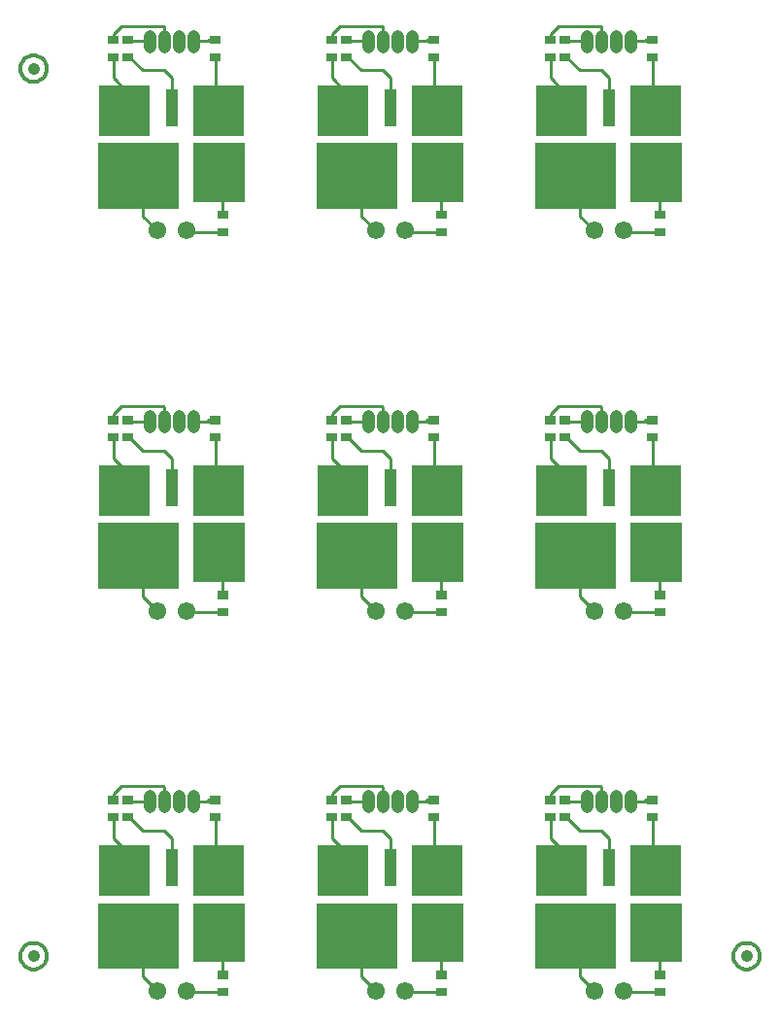
<source format=gbl>
*
%FSLAX26Y26*%
%MOIN*%
%ADD10C,0.011181*%
%ADD11C,0.043698*%
%ADD12C,0.061181*%
%ADD13R,0.028741X0.028741*%
%ADD14R,0.040551X0.040551*%
%ADD15R,0.226181X0.226181*%
%ADD16R,0.176181X0.176181*%
%ADD17C,0.021654*%
%ADD18C,0.041339*%
%ADD19C,0.011810*%
%IPPOS*%
%LN5060-458671.gbl*%
%LPD*%
G75*
G54D10*
X696850Y929530D02*
X721850D01*
X696850D02*
X701380Y925000D01*
X573420Y696850D02*
Y798430D01*
X546850Y825000D02*
X573420Y798430D01*
X471850Y825000D02*
X546850D01*
X426380Y870470D02*
X471850Y825000D01*
X421850Y870470D02*
X426380D01*
X746850Y329530D02*
Y475000D01*
X721850Y500000D02*
X746850Y475000D01*
X670280Y500000D02*
X721850D01*
X621850Y275000D02*
X626380Y270470D01*
X746850D01*
X473420Y500000D02*
X571850D01*
X473420Y323420D02*
X521850Y275000D01*
X473420Y323420D02*
Y500000D01*
X646850Y925000D02*
X701380D01*
X673420Y696850D02*
X721850Y745280D01*
Y870470D01*
X371850Y798430D02*
X473420Y696850D01*
X371850Y798430D02*
Y870470D01*
Y929530D02*
Y950000D01*
X399060Y977200D01*
X544650D01*
X546850Y975000D01*
Y925000D02*
Y975000D01*
X421850Y929530D02*
X426380Y925000D01*
X496850D01*
G54D11*
X646850Y907085D02*
Y942915D01*
X596850Y907085D02*
Y942915D01*
X546850Y907085D02*
Y942915D01*
X496850Y907085D02*
Y942915D01*
G54D12*
X621850Y275000D03*
X521850D03*
G54D13*
X742915Y270470D02*
X750785D01*
X742915Y329530D02*
X750785D01*
X717915Y929530D02*
X725785D01*
X717915Y870470D02*
X725785D01*
X417915Y929530D02*
X425785D01*
X417915Y870470D02*
X425785D01*
X367915Y929530D02*
X375785D01*
X367915Y870470D02*
X375785D01*
G54D14*
X473420Y654135D02*
Y739565D01*
X573420Y654135D02*
Y739565D01*
X673420Y654135D02*
Y739565D01*
X670280Y457285D02*
Y542715D01*
X571850Y457285D02*
Y542715D01*
X473420Y457285D02*
Y542715D01*
G54D15*
X434350Y462500D02*
X484350D01*
G54D16*
X734350D02*
Y487500D01*
Y687500D03*
X409350D03*
%LPC*%
G75*
X409350Y687500D02*
G54D17*
X271850Y1225000D02*
X296850D01*
X196850Y1150000D02*
X271850Y1225000D01*
X296850D02*
X871850D01*
X196850Y75000D02*
Y1150000D01*
Y75000D02*
X271850Y0D01*
X871850D01*
X946850Y75000D01*
Y1150000D01*
X871850Y1225000D02*
X946850Y1150000D01*
%LPD*%
G75*
X946850Y1150000D02*
G54D10*
X696850Y2233270D02*
X721850D01*
X696850D02*
X701380Y2228740D01*
X573420Y2000590D02*
Y2102170D01*
X546850Y2128740D02*
X573420Y2102170D01*
X471850Y2128740D02*
X546850D01*
X426380Y2174210D02*
X471850Y2128740D01*
X421850Y2174210D02*
X426380D01*
X746850Y1633270D02*
Y1778740D01*
X721850Y1803740D02*
X746850Y1778740D01*
X670280Y1803740D02*
X721850D01*
X621850Y1578740D02*
X626380Y1574210D01*
X746850D01*
X473420Y1803740D02*
X571850D01*
X473420Y1627160D02*
X521850Y1578740D01*
X473420Y1627160D02*
Y1803740D01*
X646850Y2228740D02*
X701380D01*
X673420Y2000590D02*
X721850Y2049020D01*
Y2174210D01*
X371850Y2102170D02*
X473420Y2000590D01*
X371850Y2102170D02*
Y2174210D01*
Y2233270D02*
Y2253740D01*
X399060Y2280940D01*
X544650D01*
X546850Y2278740D01*
Y2228740D02*
Y2278740D01*
X421850Y2233270D02*
X426380Y2228740D01*
X496850D01*
G54D11*
X646850Y2210825D02*
Y2246655D01*
X596850Y2210825D02*
Y2246655D01*
X546850Y2210825D02*
Y2246655D01*
X496850Y2210825D02*
Y2246655D01*
G54D12*
X621850Y1578740D03*
X521850D03*
G54D13*
X742915Y1574210D02*
X750785D01*
X742915Y1633270D02*
X750785D01*
X717915Y2233270D02*
X725785D01*
X717915Y2174210D02*
X725785D01*
X417915Y2233270D02*
X425785D01*
X417915Y2174210D02*
X425785D01*
X367915Y2233270D02*
X375785D01*
X367915Y2174210D02*
X375785D01*
G54D14*
X473420Y1957875D02*
Y2043305D01*
X573420Y1957875D02*
Y2043305D01*
X673420Y1957875D02*
Y2043305D01*
X670280Y1761025D02*
Y1846455D01*
X571850Y1761025D02*
Y1846455D01*
X473420Y1761025D02*
Y1846455D01*
G54D15*
X434350Y1766240D02*
X484350D01*
G54D16*
X734350D02*
Y1791240D01*
Y1991240D03*
X409350D03*
%LPC*%
G75*
X409350Y1991240D02*
G54D17*
X271850Y2528740D02*
X296850D01*
X196850Y2453740D02*
X271850Y2528740D01*
X296850D02*
X871850D01*
X196850Y1378740D02*
Y2453740D01*
Y1378740D02*
X271850Y1303740D01*
X871850D01*
X946850Y1378740D01*
Y2453740D01*
X871850Y2528740D02*
X946850Y2453740D01*
%LPD*%
G75*
X946850Y2453740D02*
G54D10*
X696850Y3537010D02*
X721850D01*
X696850D02*
X701380Y3532480D01*
X573420Y3304330D02*
Y3405910D01*
X546850Y3432480D02*
X573420Y3405910D01*
X471850Y3432480D02*
X546850D01*
X426380Y3477950D02*
X471850Y3432480D01*
X421850Y3477950D02*
X426380D01*
X746850Y2937010D02*
Y3082480D01*
X721850Y3107480D02*
X746850Y3082480D01*
X670280Y3107480D02*
X721850D01*
X621850Y2882480D02*
X626380Y2877950D01*
X746850D01*
X473420Y3107480D02*
X571850D01*
X473420Y2930900D02*
X521850Y2882480D01*
X473420Y2930900D02*
Y3107480D01*
X646850Y3532480D02*
X701380D01*
X673420Y3304330D02*
X721850Y3352760D01*
Y3477950D01*
X371850Y3405910D02*
X473420Y3304330D01*
X371850Y3405910D02*
Y3477950D01*
Y3537010D02*
Y3557480D01*
X399060Y3584680D01*
X544650D01*
X546850Y3582480D01*
Y3532480D02*
Y3582480D01*
X421850Y3537010D02*
X426380Y3532480D01*
X496850D01*
G54D11*
X646850Y3514566D02*
Y3550395D01*
X596850Y3514566D02*
Y3550395D01*
X546850Y3514566D02*
Y3550395D01*
X496850Y3514566D02*
Y3550395D01*
G54D12*
X621850Y2882480D03*
X521850D03*
G54D13*
X742915Y2877950D02*
X750785D01*
X742915Y2937010D02*
X750785D01*
X717915Y3537010D02*
X725785D01*
X717915Y3477950D02*
X725785D01*
X417915Y3537010D02*
X425785D01*
X417915Y3477950D02*
X425785D01*
X367915Y3537010D02*
X375785D01*
X367915Y3477950D02*
X375785D01*
G54D14*
X473420Y3261615D02*
Y3347045D01*
X573420Y3261615D02*
Y3347045D01*
X673420Y3261615D02*
Y3347045D01*
X670280Y3064765D02*
Y3150195D01*
X571850Y3064765D02*
Y3150195D01*
X473420Y3064765D02*
Y3150195D01*
G54D15*
X434350Y3069980D02*
X484350D01*
G54D16*
X734350D02*
Y3094980D01*
Y3294980D03*
X409350D03*
%LPC*%
G75*
X409350Y3294980D02*
G54D17*
X271850Y3832480D02*
X296850D01*
X196850Y3757480D02*
X271850Y3832480D01*
X296850D02*
X871850D01*
X196850Y2682480D02*
Y3757480D01*
Y2682480D02*
X271850Y2607480D01*
X871850D01*
X946850Y2682480D01*
Y3757480D01*
X871850Y3832480D02*
X946850Y3757480D01*
%LPD*%
G75*
X946850Y3757480D02*
G54D10*
X1446850Y929530D02*
X1471850D01*
X1446850D02*
X1451380Y925000D01*
X1323420Y696850D02*
Y798430D01*
X1296850Y825000D02*
X1323420Y798430D01*
X1221850Y825000D02*
X1296850D01*
X1176380Y870470D02*
X1221850Y825000D01*
X1171850Y870470D02*
X1176380D01*
X1496850Y329530D02*
Y475000D01*
X1471850Y500000D02*
X1496850Y475000D01*
X1420280Y500000D02*
X1471850D01*
X1371850Y275000D02*
X1376380Y270470D01*
X1496850D01*
X1223420Y500000D02*
X1321850D01*
X1223420Y323420D02*
X1271850Y275000D01*
X1223420Y323420D02*
Y500000D01*
X1396850Y925000D02*
X1451380D01*
X1423420Y696850D02*
X1471850Y745280D01*
Y870470D01*
X1121850Y798430D02*
X1223420Y696850D01*
X1121850Y798430D02*
Y870470D01*
Y929530D02*
Y950000D01*
X1149060Y977200D01*
X1294650D01*
X1296850Y975000D01*
Y925000D02*
Y975000D01*
X1171850Y929530D02*
X1176380Y925000D01*
X1246850D01*
G54D11*
X1396850Y907085D02*
Y942915D01*
X1346850Y907085D02*
Y942915D01*
X1296850Y907085D02*
Y942915D01*
X1246850Y907085D02*
Y942915D01*
G54D12*
X1371850Y275000D03*
X1271850D03*
G54D13*
X1492915Y270470D02*
X1500785D01*
X1492915Y329530D02*
X1500785D01*
X1467915Y929530D02*
X1475785D01*
X1467915Y870470D02*
X1475785D01*
X1167915Y929530D02*
X1175785D01*
X1167915Y870470D02*
X1175785D01*
X1117915Y929530D02*
X1125785D01*
X1117915Y870470D02*
X1125785D01*
G54D14*
X1223420Y654135D02*
Y739565D01*
X1323420Y654135D02*
Y739565D01*
X1423420Y654135D02*
Y739565D01*
X1420280Y457285D02*
Y542715D01*
X1321850Y457285D02*
Y542715D01*
X1223420Y457285D02*
Y542715D01*
G54D15*
X1184350Y462500D02*
X1234350D01*
G54D16*
X1484350D02*
Y487500D01*
Y687500D03*
X1159350D03*
%LPC*%
G75*
X1159350Y687500D02*
G54D17*
X1021850Y1225000D02*
X1046850D01*
X946850Y1150000D02*
X1021850Y1225000D01*
X1046850D02*
X1621850D01*
X946850Y75000D02*
Y1150000D01*
Y75000D02*
X1021850Y0D01*
X1621850D01*
X1696850Y75000D01*
Y1150000D01*
X1621850Y1225000D02*
X1696850Y1150000D01*
%LPD*%
G75*
X1696850Y1150000D02*
G54D10*
X1446850Y2233270D02*
X1471850D01*
X1446850D02*
X1451380Y2228740D01*
X1323420Y2000590D02*
Y2102170D01*
X1296850Y2128740D02*
X1323420Y2102170D01*
X1221850Y2128740D02*
X1296850D01*
X1176380Y2174210D02*
X1221850Y2128740D01*
X1171850Y2174210D02*
X1176380D01*
X1496850Y1633270D02*
Y1778740D01*
X1471850Y1803740D02*
X1496850Y1778740D01*
X1420280Y1803740D02*
X1471850D01*
X1371850Y1578740D02*
X1376380Y1574210D01*
X1496850D01*
X1223420Y1803740D02*
X1321850D01*
X1223420Y1627160D02*
X1271850Y1578740D01*
X1223420Y1627160D02*
Y1803740D01*
X1396850Y2228740D02*
X1451380D01*
X1423420Y2000590D02*
X1471850Y2049020D01*
Y2174210D01*
X1121850Y2102170D02*
X1223420Y2000590D01*
X1121850Y2102170D02*
Y2174210D01*
Y2233270D02*
Y2253740D01*
X1149060Y2280940D01*
X1294650D01*
X1296850Y2278740D01*
Y2228740D02*
Y2278740D01*
X1171850Y2233270D02*
X1176380Y2228740D01*
X1246850D01*
G54D11*
X1396850Y2210825D02*
Y2246655D01*
X1346850Y2210825D02*
Y2246655D01*
X1296850Y2210825D02*
Y2246655D01*
X1246850Y2210825D02*
Y2246655D01*
G54D12*
X1371850Y1578740D03*
X1271850D03*
G54D13*
X1492915Y1574210D02*
X1500785D01*
X1492915Y1633270D02*
X1500785D01*
X1467915Y2233270D02*
X1475785D01*
X1467915Y2174210D02*
X1475785D01*
X1167915Y2233270D02*
X1175785D01*
X1167915Y2174210D02*
X1175785D01*
X1117915Y2233270D02*
X1125785D01*
X1117915Y2174210D02*
X1125785D01*
G54D14*
X1223420Y1957875D02*
Y2043305D01*
X1323420Y1957875D02*
Y2043305D01*
X1423420Y1957875D02*
Y2043305D01*
X1420280Y1761025D02*
Y1846455D01*
X1321850Y1761025D02*
Y1846455D01*
X1223420Y1761025D02*
Y1846455D01*
G54D15*
X1184350Y1766240D02*
X1234350D01*
G54D16*
X1484350D02*
Y1791240D01*
Y1991240D03*
X1159350D03*
%LPC*%
G75*
X1159350Y1991240D02*
G54D17*
X1021850Y2528740D02*
X1046850D01*
X946850Y2453740D02*
X1021850Y2528740D01*
X1046850D02*
X1621850D01*
X946850Y1378740D02*
Y2453740D01*
Y1378740D02*
X1021850Y1303740D01*
X1621850D01*
X1696850Y1378740D01*
Y2453740D01*
X1621850Y2528740D02*
X1696850Y2453740D01*
%LPD*%
G75*
X1696850Y2453740D02*
G54D10*
X1446850Y3537010D02*
X1471850D01*
X1446850D02*
X1451380Y3532480D01*
X1323420Y3304330D02*
Y3405910D01*
X1296850Y3432480D02*
X1323420Y3405910D01*
X1221850Y3432480D02*
X1296850D01*
X1176380Y3477950D02*
X1221850Y3432480D01*
X1171850Y3477950D02*
X1176380D01*
X1496850Y2937010D02*
Y3082480D01*
X1471850Y3107480D02*
X1496850Y3082480D01*
X1420280Y3107480D02*
X1471850D01*
X1371850Y2882480D02*
X1376380Y2877950D01*
X1496850D01*
X1223420Y3107480D02*
X1321850D01*
X1223420Y2930900D02*
X1271850Y2882480D01*
X1223420Y2930900D02*
Y3107480D01*
X1396850Y3532480D02*
X1451380D01*
X1423420Y3304330D02*
X1471850Y3352760D01*
Y3477950D01*
X1121850Y3405910D02*
X1223420Y3304330D01*
X1121850Y3405910D02*
Y3477950D01*
Y3537010D02*
Y3557480D01*
X1149060Y3584680D01*
X1294650D01*
X1296850Y3582480D01*
Y3532480D02*
Y3582480D01*
X1171850Y3537010D02*
X1176380Y3532480D01*
X1246850D01*
G54D11*
X1396850Y3514566D02*
Y3550395D01*
X1346850Y3514566D02*
Y3550395D01*
X1296850Y3514566D02*
Y3550395D01*
X1246850Y3514566D02*
Y3550395D01*
G54D12*
X1371850Y2882480D03*
X1271850D03*
G54D13*
X1492915Y2877950D02*
X1500785D01*
X1492915Y2937010D02*
X1500785D01*
X1467915Y3537010D02*
X1475785D01*
X1467915Y3477950D02*
X1475785D01*
X1167915Y3537010D02*
X1175785D01*
X1167915Y3477950D02*
X1175785D01*
X1117915Y3537010D02*
X1125785D01*
X1117915Y3477950D02*
X1125785D01*
G54D14*
X1223420Y3261615D02*
Y3347045D01*
X1323420Y3261615D02*
Y3347045D01*
X1423420Y3261615D02*
Y3347045D01*
X1420280Y3064765D02*
Y3150195D01*
X1321850Y3064765D02*
Y3150195D01*
X1223420Y3064765D02*
Y3150195D01*
G54D15*
X1184350Y3069980D02*
X1234350D01*
G54D16*
X1484350D02*
Y3094980D01*
Y3294980D03*
X1159350D03*
%LPC*%
G75*
X1159350Y3294980D02*
G54D17*
X1021850Y3832480D02*
X1046850D01*
X946850Y3757480D02*
X1021850Y3832480D01*
X1046850D02*
X1621850D01*
X946850Y2682480D02*
Y3757480D01*
Y2682480D02*
X1021850Y2607480D01*
X1621850D01*
X1696850Y2682480D01*
Y3757480D01*
X1621850Y3832480D02*
X1696850Y3757480D01*
%LPD*%
G75*
X1696850Y3757480D02*
G54D10*
X2196850Y929530D02*
X2221850D01*
X2196850D02*
X2201380Y925000D01*
X2073420Y696850D02*
Y798430D01*
X2046850Y825000D02*
X2073420Y798430D01*
X1971850Y825000D02*
X2046850D01*
X1926380Y870470D02*
X1971850Y825000D01*
X1921850Y870470D02*
X1926380D01*
X2246850Y329530D02*
Y475000D01*
X2221850Y500000D02*
X2246850Y475000D01*
X2170280Y500000D02*
X2221850D01*
X2121850Y275000D02*
X2126380Y270470D01*
X2246850D01*
X1973420Y500000D02*
X2071850D01*
X1973420Y323420D02*
X2021850Y275000D01*
X1973420Y323420D02*
Y500000D01*
X2146850Y925000D02*
X2201380D01*
X2173420Y696850D02*
X2221850Y745280D01*
Y870470D01*
X1871850Y798430D02*
X1973420Y696850D01*
X1871850Y798430D02*
Y870470D01*
Y929530D02*
Y950000D01*
X1899060Y977200D01*
X2044650D01*
X2046850Y975000D01*
Y925000D02*
Y975000D01*
X1921850Y929530D02*
X1926380Y925000D01*
X1996850D01*
G54D11*
X2146850Y907085D02*
Y942915D01*
X2096850Y907085D02*
Y942915D01*
X2046850Y907085D02*
Y942915D01*
X1996850Y907085D02*
Y942915D01*
G54D12*
X2121850Y275000D03*
X2021850D03*
G54D13*
X2242915Y270470D02*
X2250785D01*
X2242915Y329530D02*
X2250785D01*
X2217915Y929530D02*
X2225785D01*
X2217915Y870470D02*
X2225785D01*
X1917915Y929530D02*
X1925785D01*
X1917915Y870470D02*
X1925785D01*
X1867915Y929530D02*
X1875785D01*
X1867915Y870470D02*
X1875785D01*
G54D14*
X1973420Y654135D02*
Y739565D01*
X2073420Y654135D02*
Y739565D01*
X2173420Y654135D02*
Y739565D01*
X2170280Y457285D02*
Y542715D01*
X2071850Y457285D02*
Y542715D01*
X1973420Y457285D02*
Y542715D01*
G54D15*
X1934350Y462500D02*
X1984350D01*
G54D16*
X2234350D02*
Y487500D01*
Y687500D03*
X1909350D03*
%LPC*%
G75*
X1909350Y687500D02*
G54D17*
X1771850Y1225000D02*
X1796850D01*
X1696850Y1150000D02*
X1771850Y1225000D01*
X1796850D02*
X2371850D01*
X1696850Y75000D02*
Y1150000D01*
Y75000D02*
X1771850Y0D01*
X2371850D01*
X2446850Y75000D01*
Y1150000D01*
X2371850Y1225000D02*
X2446850Y1150000D01*
%LPD*%
G75*
X2446850Y1150000D02*
G54D10*
X2196850Y2233270D02*
X2221850D01*
X2196850D02*
X2201380Y2228740D01*
X2073420Y2000590D02*
Y2102170D01*
X2046850Y2128740D02*
X2073420Y2102170D01*
X1971850Y2128740D02*
X2046850D01*
X1926380Y2174210D02*
X1971850Y2128740D01*
X1921850Y2174210D02*
X1926380D01*
X2246850Y1633270D02*
Y1778740D01*
X2221850Y1803740D02*
X2246850Y1778740D01*
X2170280Y1803740D02*
X2221850D01*
X2121850Y1578740D02*
X2126380Y1574210D01*
X2246850D01*
X1973420Y1803740D02*
X2071850D01*
X1973420Y1627160D02*
X2021850Y1578740D01*
X1973420Y1627160D02*
Y1803740D01*
X2146850Y2228740D02*
X2201380D01*
X2173420Y2000590D02*
X2221850Y2049020D01*
Y2174210D01*
X1871850Y2102170D02*
X1973420Y2000590D01*
X1871850Y2102170D02*
Y2174210D01*
Y2233270D02*
Y2253740D01*
X1899060Y2280940D01*
X2044650D01*
X2046850Y2278740D01*
Y2228740D02*
Y2278740D01*
X1921850Y2233270D02*
X1926380Y2228740D01*
X1996850D01*
G54D11*
X2146850Y2210825D02*
Y2246655D01*
X2096850Y2210825D02*
Y2246655D01*
X2046850Y2210825D02*
Y2246655D01*
X1996850Y2210825D02*
Y2246655D01*
G54D12*
X2121850Y1578740D03*
X2021850D03*
G54D13*
X2242915Y1574210D02*
X2250785D01*
X2242915Y1633270D02*
X2250785D01*
X2217915Y2233270D02*
X2225785D01*
X2217915Y2174210D02*
X2225785D01*
X1917915Y2233270D02*
X1925785D01*
X1917915Y2174210D02*
X1925785D01*
X1867915Y2233270D02*
X1875785D01*
X1867915Y2174210D02*
X1875785D01*
G54D14*
X1973420Y1957875D02*
Y2043305D01*
X2073420Y1957875D02*
Y2043305D01*
X2173420Y1957875D02*
Y2043305D01*
X2170280Y1761025D02*
Y1846455D01*
X2071850Y1761025D02*
Y1846455D01*
X1973420Y1761025D02*
Y1846455D01*
G54D15*
X1934350Y1766240D02*
X1984350D01*
G54D16*
X2234350D02*
Y1791240D01*
Y1991240D03*
X1909350D03*
%LPC*%
G75*
X1909350Y1991240D02*
G54D17*
X1771850Y2528740D02*
X1796850D01*
X1696850Y2453740D02*
X1771850Y2528740D01*
X1796850D02*
X2371850D01*
X1696850Y1378740D02*
Y2453740D01*
Y1378740D02*
X1771850Y1303740D01*
X2371850D01*
X2446850Y1378740D01*
Y2453740D01*
X2371850Y2528740D02*
X2446850Y2453740D01*
%LPD*%
G75*
X2446850Y2453740D02*
G54D10*
X2196850Y3537010D02*
X2221850D01*
X2196850D02*
X2201380Y3532480D01*
X2073420Y3304330D02*
Y3405910D01*
X2046850Y3432480D02*
X2073420Y3405910D01*
X1971850Y3432480D02*
X2046850D01*
X1926380Y3477950D02*
X1971850Y3432480D01*
X1921850Y3477950D02*
X1926380D01*
X2246850Y2937010D02*
Y3082480D01*
X2221850Y3107480D02*
X2246850Y3082480D01*
X2170280Y3107480D02*
X2221850D01*
X2121850Y2882480D02*
X2126380Y2877950D01*
X2246850D01*
X1973420Y3107480D02*
X2071850D01*
X1973420Y2930900D02*
X2021850Y2882480D01*
X1973420Y2930900D02*
Y3107480D01*
X2146850Y3532480D02*
X2201380D01*
X2173420Y3304330D02*
X2221850Y3352760D01*
Y3477950D01*
X1871850Y3405910D02*
X1973420Y3304330D01*
X1871850Y3405910D02*
Y3477950D01*
Y3537010D02*
Y3557480D01*
X1899060Y3584680D01*
X2044650D01*
X2046850Y3582480D01*
Y3532480D02*
Y3582480D01*
X1921850Y3537010D02*
X1926380Y3532480D01*
X1996850D01*
G54D11*
X2146850Y3514566D02*
Y3550395D01*
X2096850Y3514566D02*
Y3550395D01*
X2046850Y3514566D02*
Y3550395D01*
X1996850Y3514566D02*
Y3550395D01*
G54D12*
X2121850Y2882480D03*
X2021850D03*
G54D13*
X2242915Y2877950D02*
X2250785D01*
X2242915Y2937010D02*
X2250785D01*
X2217915Y3537010D02*
X2225785D01*
X2217915Y3477950D02*
X2225785D01*
X1917915Y3537010D02*
X1925785D01*
X1917915Y3477950D02*
X1925785D01*
X1867915Y3537010D02*
X1875785D01*
X1867915Y3477950D02*
X1875785D01*
G54D14*
X1973420Y3261615D02*
Y3347045D01*
X2073420Y3261615D02*
Y3347045D01*
X2173420Y3261615D02*
Y3347045D01*
X2170280Y3064765D02*
Y3150195D01*
X2071850Y3064765D02*
Y3150195D01*
X1973420Y3064765D02*
Y3150195D01*
G54D15*
X1934350Y3069980D02*
X1984350D01*
G54D16*
X2234350D02*
Y3094980D01*
Y3294980D03*
X1909350D03*
%LPC*%
G75*
X1909350Y3294980D02*
G54D17*
X1771850Y3832480D02*
X1796850D01*
X1696850Y3757480D02*
X1771850Y3832480D01*
X1796850D02*
X2371850D01*
X1696850Y2682480D02*
Y3757480D01*
Y2682480D02*
X1771850Y2607480D01*
X2371850D01*
X2446850Y2682480D01*
Y3757480D01*
X2371850Y3832480D02*
X2446850Y3757480D01*
%LPD*%
G75*
X2446850Y3757480D02*
G54D18*
X98425Y393701D03*
G54D19*
X53150D02*
X54018Y384263D01*
X56950Y375238D01*
X61694Y367019D01*
X68043Y359967D01*
X75720Y354388D01*
X84388Y350526D01*
X93670Y348551D01*
X103160Y348549D01*
X112442Y350520D01*
X121113Y354377D01*
X128792Y359952D01*
X135144Y367002D01*
X139892Y375219D01*
X142828Y384243D01*
X143824Y393680D01*
X143700Y393701D01*
X142832Y403138D01*
X139900Y412164D01*
X135156Y420382D01*
X128807Y427435D01*
X121131Y433014D01*
X112462Y436875D01*
X103180Y438850D01*
X93691Y438852D01*
X84408Y436882D01*
X75738Y433024D01*
X68059Y427449D01*
X61706Y420399D01*
X56959Y412183D01*
X54022Y403159D01*
X53026Y393722D01*
X53150Y393701D01*
G54D18*
X2545276D03*
G54D19*
X2500001D02*
X2500868Y384263D01*
X2503800Y375238D01*
X2508545Y367019D01*
X2514894Y359967D01*
X2522570Y354388D01*
X2531239Y350526D01*
X2540520Y348551D01*
X2550010Y348549D01*
X2559293Y350520D01*
X2567963Y354377D01*
X2575642Y359952D01*
X2581994Y367002D01*
X2586742Y375219D01*
X2589678Y384243D01*
X2590675Y393680D01*
X2590551Y393701D01*
X2589683Y403138D01*
X2586751Y412164D01*
X2582007Y420382D01*
X2575658Y427435D01*
X2567981Y433014D01*
X2559313Y436875D01*
X2550031Y438850D01*
X2540541Y438852D01*
X2531259Y436882D01*
X2522588Y433024D01*
X2514909Y427449D01*
X2508557Y420399D01*
X2503809Y412183D01*
X2500873Y403159D01*
X2499877Y393722D01*
X2500001Y393701D01*
G54D18*
X98425Y3438780D03*
G54D19*
X53150D02*
X54018Y3429342D01*
X56950Y3420317D01*
X61694Y3412098D01*
X68043Y3405045D01*
X75720Y3399466D01*
X84388Y3395605D01*
X93670Y3393630D01*
X103160Y3393628D01*
X112442Y3395599D01*
X121113Y3399456D01*
X128792Y3405031D01*
X135144Y3412081D01*
X139892Y3420297D01*
X142828Y3429321D01*
X143824Y3438758D01*
X143700Y3438780D01*
X142832Y3448217D01*
X139900Y3457242D01*
X135156Y3465461D01*
X128807Y3472514D01*
X121131Y3478093D01*
X112462Y3481954D01*
X103180Y3483929D01*
X93691Y3483931D01*
X84408Y3481960D01*
X75738Y3478103D01*
X68059Y3472528D01*
X61706Y3465478D01*
X56959Y3457262D01*
X54022Y3448238D01*
X53026Y3438801D01*
X53150Y3438780D01*
M02*

</source>
